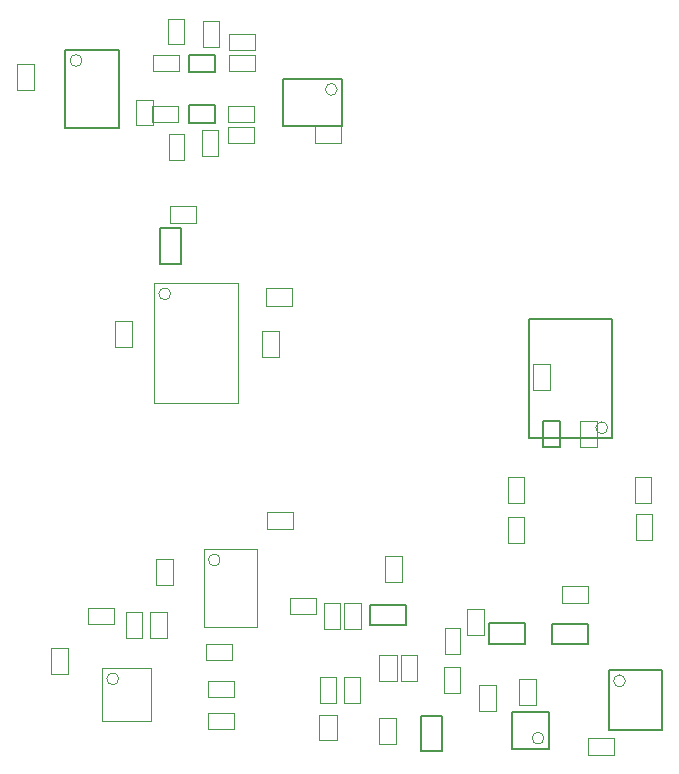
<source format=gbr>
%TF.GenerationSoftware,Altium Limited,Altium Designer,18.0.9 (584)*%
G04 Layer_Color=16711935*
%FSLAX26Y26*%
%MOIN*%
%TF.FileFunction,Other,Mechanical_13*%
%TF.Part,Single*%
G01*
G75*
%TA.AperFunction,NonConductor*%
%ADD53C,0.005000*%
%ADD80C,0.003937*%
D53*
X1928544Y1831692D02*
Y1918306D01*
X1871456Y1831692D02*
Y1918306D01*
Y1831692D02*
X1928544D01*
X1871456Y1918306D02*
X1928544D01*
X1467260Y816338D02*
Y934448D01*
X1536158Y816338D02*
Y934448D01*
X1467260D02*
X1536158D01*
X1467260Y816338D02*
X1536158D01*
X691802Y3138653D02*
X778416D01*
X691802Y3081567D02*
X778416D01*
X691802D02*
Y3138653D01*
X778416Y3081567D02*
Y3138653D01*
X692802Y2969653D02*
X779416D01*
X692802Y2912567D02*
X779416D01*
X692802D02*
Y2969653D01*
X779416Y2912567D02*
Y2969653D01*
X1295346Y1236118D02*
X1415426D01*
X1295346Y1305016D02*
X1415426D01*
X1295346Y1236118D02*
Y1305016D01*
X1415426Y1236118D02*
Y1305016D01*
X1824370Y2259370D02*
X2103898D01*
X1824370Y1859764D02*
X2103898D01*
X1824370D02*
Y2259370D01*
X2103898Y1859764D02*
Y2259370D01*
X280552Y2894646D02*
Y3154488D01*
X457716Y2894646D02*
Y3154488D01*
X280552D02*
X457716D01*
X280552Y2894646D02*
X457716D01*
X1005708Y3058308D02*
X1202560D01*
X1005708Y2900826D02*
X1202560D01*
Y3058308D01*
X1005708Y2900826D02*
Y3058308D01*
X1901748Y1173554D02*
X2021826D01*
X1901748Y1242452D02*
X2021826D01*
X1901748Y1173554D02*
Y1242452D01*
X2021826Y1173554D02*
Y1242452D01*
X1691578Y1175118D02*
X1811656D01*
X1691578Y1244016D02*
X1811656D01*
X1691578Y1175118D02*
Y1244016D01*
X1811656Y1175118D02*
Y1244016D01*
X2092260Y886220D02*
Y1087008D01*
X2269426Y886220D02*
Y1087008D01*
X2092260D02*
X2269426D01*
X2092260Y886220D02*
X2269426D01*
X1891590Y825118D02*
Y947166D01*
X1769544Y825118D02*
Y947166D01*
Y825118D02*
X1891590D01*
X1769544Y947166D02*
X1891590D01*
X597662Y2442070D02*
Y2562150D01*
X666560Y2442070D02*
Y2562150D01*
X597662D02*
X666560D01*
X597662Y2442070D02*
X666560D01*
D80*
X796646Y1454598D02*
G03*
X796646Y1454598I-19685J0D01*
G01*
X2088149Y1895197D02*
G03*
X2088149Y1895197I-19685J0D01*
G01*
X335669Y3119055D02*
G03*
X335669Y3119055I-19685J0D01*
G01*
X1186811Y3022874D02*
G03*
X1186811Y3022874I-19685J0D01*
G01*
X2147378Y1051575D02*
G03*
X2147378Y1051575I-19685J0D01*
G01*
X1875843Y860551D02*
G03*
X1875843Y860551I-19685J0D01*
G01*
X631465Y2341480D02*
G03*
X631465Y2341480I-19685J0D01*
G01*
X458110Y1058260D02*
G03*
X458110Y1058260I-19685J0D01*
G01*
X1618843Y1205260D02*
X1675929D01*
X1618843Y1291874D02*
X1675929D01*
X1618843Y1205260D02*
Y1291874D01*
X1675929Y1205260D02*
Y1291874D01*
X2108417Y804567D02*
Y861654D01*
X2021803Y804567D02*
Y861654D01*
Y804567D02*
X2108417D01*
X2021803Y861654D02*
X2108417D01*
X1793567Y1056417D02*
X1850653D01*
X1793567Y969803D02*
X1850653D01*
X1793567D02*
Y1056417D01*
X1850653Y969803D02*
Y1056417D01*
X2023669Y1311567D02*
Y1368653D01*
X1937055Y1311567D02*
Y1368653D01*
Y1311567D02*
X2023669D01*
X1937055Y1368653D02*
X2023669D01*
X1658567Y1036417D02*
X1715653D01*
X1658567Y949803D02*
X1715653D01*
Y1036417D01*
X1658567Y949803D02*
Y1036417D01*
X1326567Y926417D02*
X1383653D01*
X1326567Y839803D02*
X1383653D01*
Y926417D01*
X1326567Y839803D02*
Y926417D01*
X444567Y2163803D02*
X501654D01*
X444567Y2250417D02*
X501654D01*
X444567Y2163803D02*
Y2250417D01*
X501654Y2163803D02*
Y2250417D01*
X934567Y2218417D02*
X991654D01*
X934567Y2131803D02*
X991654D01*
Y2218417D01*
X934567Y2131803D02*
Y2218417D01*
X630803Y2577567D02*
Y2634653D01*
X717417Y2577567D02*
Y2634653D01*
X630803D02*
X717417D01*
X630803Y2577567D02*
X717417D01*
X118567Y3109213D02*
X175654D01*
X118567Y3022598D02*
X175654D01*
Y3109213D01*
X118567Y3022598D02*
Y3109213D01*
X516567Y2902803D02*
X573654D01*
X516567Y2989417D02*
X573654D01*
Y2902803D02*
Y2989417D01*
X516567Y2902803D02*
Y2989417D01*
X1996457Y1831693D02*
X2053543D01*
X1996457Y1918307D02*
X2053543D01*
Y1831693D02*
Y1918307D01*
X1996457Y1831693D02*
Y1918307D01*
X1840591Y2020260D02*
X1897677D01*
X1840591Y2106874D02*
X1897677D01*
Y2020260D02*
Y2106874D01*
X1840591Y2020260D02*
Y2106874D01*
X1112827Y2845024D02*
Y2902110D01*
X1199441Y2845024D02*
Y2902110D01*
X1112827Y2845024D02*
X1199441D01*
X1112827Y2902110D02*
X1199441D01*
X1544535Y1226417D02*
X1597685D01*
X1544535Y1139803D02*
X1597685D01*
Y1226417D01*
X1544535Y1139803D02*
Y1226417D01*
X1756535Y1509803D02*
X1809685D01*
X1756535Y1596417D02*
X1809685D01*
X1756535Y1509803D02*
Y1596417D01*
X1809685Y1509803D02*
Y1596417D01*
X2181535Y1521803D02*
X2234685D01*
X2181535Y1608417D02*
X2234685D01*
X2181535Y1521803D02*
Y1608417D01*
X2234685Y1521803D02*
Y1608417D01*
X2178535Y1643803D02*
X2231685D01*
X2178535Y1730417D02*
X2231685D01*
X2178535Y1643803D02*
Y1730417D01*
X2231685Y1643803D02*
Y1730417D01*
X1756535Y1643803D02*
X1809685D01*
X1756535Y1730417D02*
X1809685D01*
X1756535Y1643803D02*
Y1730417D01*
X1809685Y1643803D02*
Y1730417D01*
X1543787Y1098952D02*
X1596937D01*
X1543787Y1012338D02*
X1596937D01*
Y1098952D01*
X1543787Y1012338D02*
Y1098952D01*
X288654Y1073803D02*
Y1160417D01*
X231567Y1073803D02*
Y1160417D01*
Y1073803D02*
X288654D01*
X231567Y1160417D02*
X288654D01*
X741528Y1230190D02*
Y1490032D01*
X918692Y1230190D02*
Y1490032D01*
X741528D02*
X918692D01*
X741528Y1230190D02*
X918692D01*
X581566Y1371804D02*
X638654D01*
X581566Y1458418D02*
X638654D01*
X581566Y1371804D02*
Y1458418D01*
X638654Y1371804D02*
Y1458418D01*
X621535Y3172803D02*
Y3259417D01*
X674685Y3172803D02*
Y3259417D01*
X621535Y3172803D02*
X674685D01*
X621535Y3259417D02*
X674685D01*
X825803Y3136685D02*
X912417D01*
X825803Y3083535D02*
X912417D01*
X825803D02*
Y3136685D01*
X912417Y3083535D02*
Y3136685D01*
X824803Y3207685D02*
X911417D01*
X824803Y3154535D02*
X911417D01*
X824803D02*
Y3207685D01*
X911417Y3154535D02*
Y3207685D01*
X624535Y2788803D02*
Y2875417D01*
X677685Y2788803D02*
Y2875417D01*
X624535Y2788803D02*
X677685D01*
X624535Y2875417D02*
X677685D01*
X822803Y2897685D02*
X909417D01*
X822803Y2844535D02*
X909417D01*
X822803D02*
Y2897685D01*
X909417Y2844535D02*
Y2897685D01*
X570803Y2914520D02*
X657417D01*
X570803Y2967669D02*
X657417D01*
Y2914520D02*
Y2967669D01*
X570803Y2914520D02*
Y2967669D01*
X822803Y2967669D02*
X909417D01*
X822803Y2914520D02*
X909417D01*
X822803D02*
Y2967669D01*
X909417Y2914520D02*
Y2967669D01*
X790685Y2800803D02*
Y2887417D01*
X737535Y2800803D02*
Y2887417D01*
X790685D01*
X737535Y2800803D02*
X790685D01*
X739535Y3164803D02*
Y3251417D01*
X792685Y3164803D02*
Y3251417D01*
X739535Y3164803D02*
X792685D01*
X739535Y3251417D02*
X792685D01*
X571803Y3136685D02*
X658417D01*
X571803Y3083535D02*
X658417D01*
X571803D02*
Y3136685D01*
X658417Y3083535D02*
Y3136685D01*
X1194685Y1225803D02*
Y1312417D01*
X1141535Y1225803D02*
Y1312417D01*
X1194685D01*
X1141535Y1225803D02*
X1194685D01*
X1181685Y977803D02*
Y1064417D01*
X1128535Y977803D02*
Y1064417D01*
X1181685D01*
X1128535Y977803D02*
X1181685D01*
X1028803Y1327685D02*
X1115417D01*
X1028803Y1274535D02*
X1115417D01*
X1028803D02*
Y1327685D01*
X1115417Y1274535D02*
Y1327685D01*
X1263685Y977803D02*
Y1064417D01*
X1210535Y977803D02*
Y1064417D01*
X1263685D01*
X1210535Y977803D02*
X1263685D01*
X749803Y1121535D02*
X836417D01*
X749803Y1174685D02*
X836417D01*
Y1121535D02*
Y1174685D01*
X749803Y1121535D02*
Y1174685D01*
X756803Y890535D02*
X843417D01*
X756803Y943685D02*
X843417D01*
Y890535D02*
Y943685D01*
X756803Y890535D02*
Y943685D01*
X1451685Y1051803D02*
Y1138417D01*
X1398535Y1051803D02*
Y1138417D01*
X1451685D01*
X1398535Y1051803D02*
X1451685D01*
X576346Y1977307D02*
X855874D01*
X576346Y2376913D02*
X855874D01*
Y1977307D02*
Y2376913D01*
X576346Y1977307D02*
Y2376913D01*
X1209567Y1225803D02*
Y1312417D01*
X1266653Y1225803D02*
Y1312417D01*
X1209567Y1225803D02*
X1266653D01*
X1209567Y1312417D02*
X1266653D01*
X953803Y1613653D02*
X1040417D01*
X953803Y1556567D02*
X1040417D01*
X953803D02*
Y1613653D01*
X1040417Y1556567D02*
Y1613653D01*
X1327567Y1051803D02*
Y1138417D01*
X1384653Y1051803D02*
Y1138417D01*
X1327567Y1051803D02*
X1384653D01*
X1327567Y1138417D02*
X1384653D01*
X1184653Y852803D02*
Y939417D01*
X1127567Y852803D02*
Y939417D01*
X1184653D01*
X1127567Y852803D02*
X1184653D01*
X1345567Y1379803D02*
Y1466417D01*
X1402653Y1379803D02*
Y1466417D01*
X1345567D02*
X1402653D01*
X1345567Y1379803D02*
X1402653D01*
X947803Y2302567D02*
X1034417D01*
X947803Y2359654D02*
X1034417D01*
Y2302567D02*
Y2359654D01*
X947803Y2302567D02*
Y2359654D01*
X756803Y997535D02*
X843417D01*
X756803Y1050685D02*
X843417D01*
Y997535D02*
Y1050685D01*
X756803Y997535D02*
Y1050685D01*
X402992Y1093693D02*
X564410D01*
X402992Y916528D02*
X564410D01*
X402992D02*
Y1093693D01*
X564410Y916528D02*
Y1093693D01*
X356803Y1295685D02*
X443417D01*
X356803Y1242535D02*
X443417D01*
Y1295685D01*
X356803Y1242535D02*
Y1295685D01*
X481535Y1194803D02*
Y1281417D01*
X534685Y1194803D02*
Y1281417D01*
X481535D02*
X534685D01*
X481535Y1194803D02*
X534685D01*
X619654Y1194803D02*
Y1281417D01*
X562567Y1194803D02*
Y1281417D01*
Y1194803D02*
X619654D01*
X562567Y1281417D02*
X619654D01*
%TF.MD5,4c500c011fd78a93274e59747f35ac07*%
M02*

</source>
